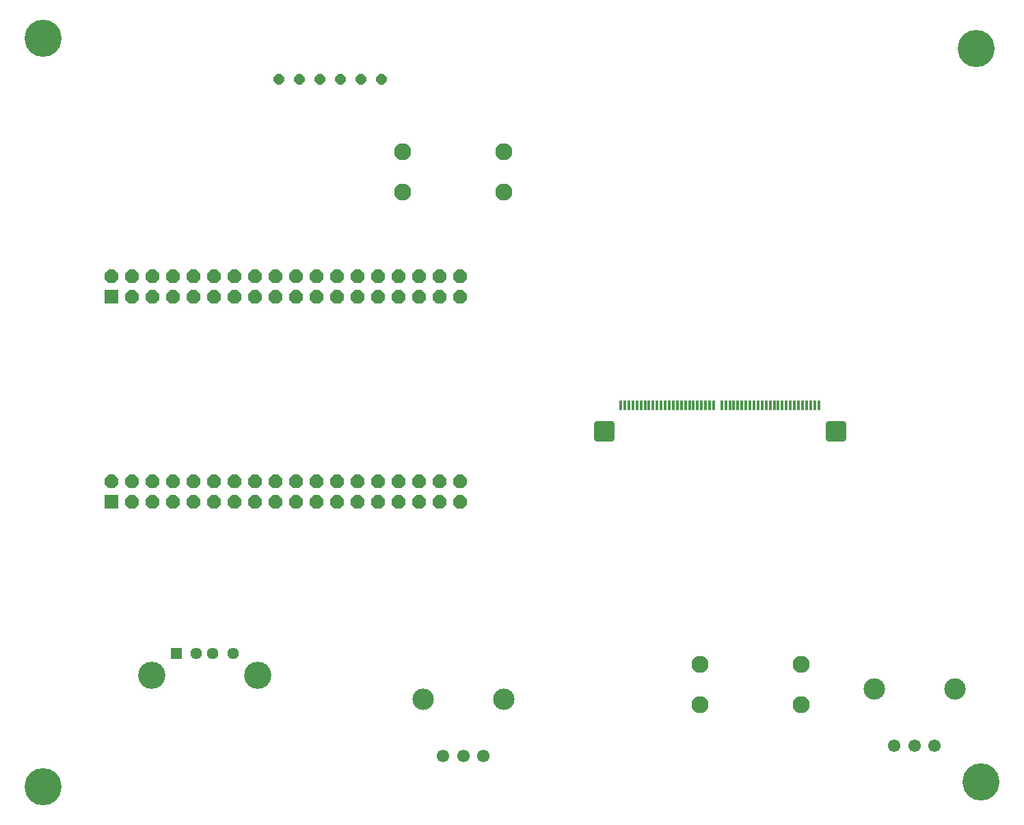
<source format=gbr>
G04 EAGLE Gerber RS-274X export*
G75*
%MOMM*%
%FSLAX34Y34*%
%LPD*%
%INSoldermask Bottom*%
%IPPOS*%
%AMOC8*
5,1,8,0,0,1.08239X$1,22.5*%
G01*
%ADD10P,1.396628X8X22.500000*%
%ADD11C,1.552400*%
%ADD12C,2.652400*%
%ADD13C,2.112400*%
%ADD14R,1.676400X1.676400*%
%ADD15P,1.814519X8X22.500000*%
%ADD16R,1.440400X1.440400*%
%ADD17C,1.440400*%
%ADD18C,3.372400*%
%ADD19C,4.597400*%
%ADD20R,0.300000X1.300000*%
%ADD21C,0.740194*%


D10*
X330200Y914400D03*
X355600Y914400D03*
D11*
X1092600Y88900D03*
X1117600Y88900D03*
X1142600Y88900D03*
D12*
X1067600Y158900D03*
X1167600Y158900D03*
D13*
X608600Y825100D03*
X608600Y775100D03*
X483600Y775100D03*
X483600Y825100D03*
D14*
X122600Y390900D03*
D15*
X122600Y416300D03*
X148000Y390900D03*
X148000Y416300D03*
X173400Y390900D03*
X173400Y416300D03*
X198800Y390900D03*
X198800Y416300D03*
X224200Y390900D03*
X224200Y416300D03*
X249600Y390900D03*
X249600Y416300D03*
X275000Y390900D03*
X275000Y416300D03*
X300400Y390900D03*
X300400Y416300D03*
X325800Y390900D03*
X325800Y416300D03*
X351200Y390900D03*
X351200Y416300D03*
X376600Y390900D03*
X376600Y416300D03*
X402000Y390900D03*
X402000Y416300D03*
X427400Y390900D03*
X427400Y416300D03*
X452800Y390900D03*
X452800Y416300D03*
X478200Y390900D03*
X478200Y416300D03*
X503600Y390900D03*
X503600Y416300D03*
X529000Y390900D03*
X529000Y416300D03*
X554400Y390900D03*
X554400Y416300D03*
D14*
X122600Y644900D03*
D15*
X122600Y670300D03*
X148000Y644900D03*
X148000Y670300D03*
X173400Y644900D03*
X173400Y670300D03*
X198800Y644900D03*
X198800Y670300D03*
X224200Y644900D03*
X224200Y670300D03*
X249600Y644900D03*
X249600Y670300D03*
X275000Y644900D03*
X275000Y670300D03*
X300400Y644900D03*
X300400Y670300D03*
X325800Y644900D03*
X325800Y670300D03*
X351200Y644900D03*
X351200Y670300D03*
X376600Y644900D03*
X376600Y670300D03*
X402000Y644900D03*
X402000Y670300D03*
X427400Y644900D03*
X427400Y670300D03*
X452800Y644900D03*
X452800Y670300D03*
X478200Y644900D03*
X478200Y670300D03*
X503600Y644900D03*
X503600Y670300D03*
X529000Y644900D03*
X529000Y670300D03*
X554400Y644900D03*
X554400Y670300D03*
D10*
X381000Y914400D03*
X406400Y914400D03*
X431800Y914400D03*
X457200Y914400D03*
D11*
X533800Y76200D03*
X558800Y76200D03*
X583800Y76200D03*
D12*
X508800Y146200D03*
X608800Y146200D03*
D13*
X851900Y140100D03*
X851900Y190100D03*
X976900Y190100D03*
X976900Y140100D03*
D16*
X203200Y203200D03*
D17*
X228200Y203200D03*
X248200Y203200D03*
X273200Y203200D03*
D18*
X172500Y176100D03*
X303900Y176100D03*
D19*
X38100Y965200D03*
X38100Y38100D03*
X1200150Y44450D03*
X1193800Y952500D03*
D20*
X998800Y510400D03*
X993800Y510400D03*
X988800Y510400D03*
X978800Y510400D03*
X983800Y510400D03*
X973800Y510400D03*
X968800Y510400D03*
X963800Y510400D03*
X958800Y510400D03*
X948800Y510400D03*
X953800Y510400D03*
X943800Y510400D03*
X938800Y510400D03*
X933800Y510400D03*
X928800Y510400D03*
X918800Y510400D03*
X923800Y510400D03*
X913800Y510400D03*
X908800Y510400D03*
X903800Y510400D03*
X898800Y510400D03*
X888800Y510400D03*
X893800Y510400D03*
X883800Y510400D03*
X878800Y510400D03*
X868800Y510400D03*
X858800Y510400D03*
X863800Y510400D03*
X853800Y510400D03*
X848800Y510400D03*
X843800Y510400D03*
X838800Y510400D03*
X828800Y510400D03*
X833800Y510400D03*
X823800Y510400D03*
X818800Y510400D03*
X813800Y510400D03*
X808800Y510400D03*
X798800Y510400D03*
X803800Y510400D03*
X793800Y510400D03*
X788800Y510400D03*
X783800Y510400D03*
X778800Y510400D03*
X768800Y510400D03*
X773800Y510400D03*
X763800Y510400D03*
X758800Y510400D03*
X753800Y510400D03*
D21*
X1010739Y487761D02*
X1028861Y487761D01*
X1028861Y469639D01*
X1010739Y469639D01*
X1010739Y487761D01*
X1010739Y476671D02*
X1028861Y476671D01*
X1028861Y483703D02*
X1010739Y483703D01*
X741861Y487761D02*
X723739Y487761D01*
X741861Y487761D02*
X741861Y469639D01*
X723739Y469639D01*
X723739Y487761D01*
X723739Y476671D02*
X741861Y476671D01*
X741861Y483703D02*
X723739Y483703D01*
M02*

</source>
